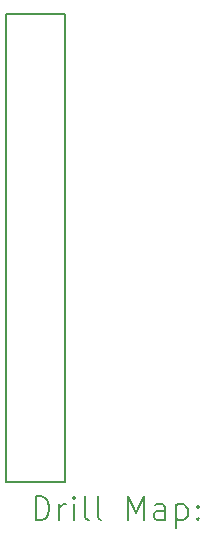
<source format=gbr>
%TF.GenerationSoftware,KiCad,Pcbnew,8.0.6*%
%TF.CreationDate,2024-11-05T14:25:48+11:00*%
%TF.ProjectId,Blank_1U1HP,426c616e-6b5f-4315-9531-48502e6b6963,rev?*%
%TF.SameCoordinates,Original*%
%TF.FileFunction,Drillmap*%
%TF.FilePolarity,Positive*%
%FSLAX45Y45*%
G04 Gerber Fmt 4.5, Leading zero omitted, Abs format (unit mm)*
G04 Created by KiCad (PCBNEW 8.0.6) date 2024-11-05 14:25:48*
%MOMM*%
%LPD*%
G01*
G04 APERTURE LIST*
%ADD10C,0.150000*%
%ADD11C,0.200000*%
G04 APERTURE END LIST*
D10*
X0Y-242500D02*
X500000Y-242500D01*
X500000Y-4207500D01*
X0Y-4207500D01*
X0Y-242500D01*
D11*
X253277Y-4526484D02*
X253277Y-4326484D01*
X253277Y-4326484D02*
X300896Y-4326484D01*
X300896Y-4326484D02*
X329467Y-4336008D01*
X329467Y-4336008D02*
X348515Y-4355055D01*
X348515Y-4355055D02*
X358039Y-4374103D01*
X358039Y-4374103D02*
X367562Y-4412198D01*
X367562Y-4412198D02*
X367562Y-4440770D01*
X367562Y-4440770D02*
X358039Y-4478865D01*
X358039Y-4478865D02*
X348515Y-4497912D01*
X348515Y-4497912D02*
X329467Y-4516960D01*
X329467Y-4516960D02*
X300896Y-4526484D01*
X300896Y-4526484D02*
X253277Y-4526484D01*
X453277Y-4526484D02*
X453277Y-4393150D01*
X453277Y-4431246D02*
X462801Y-4412198D01*
X462801Y-4412198D02*
X472324Y-4402674D01*
X472324Y-4402674D02*
X491372Y-4393150D01*
X491372Y-4393150D02*
X510420Y-4393150D01*
X577086Y-4526484D02*
X577086Y-4393150D01*
X577086Y-4326484D02*
X567563Y-4336008D01*
X567563Y-4336008D02*
X577086Y-4345531D01*
X577086Y-4345531D02*
X586610Y-4336008D01*
X586610Y-4336008D02*
X577086Y-4326484D01*
X577086Y-4326484D02*
X577086Y-4345531D01*
X700896Y-4526484D02*
X681848Y-4516960D01*
X681848Y-4516960D02*
X672324Y-4497912D01*
X672324Y-4497912D02*
X672324Y-4326484D01*
X805658Y-4526484D02*
X786610Y-4516960D01*
X786610Y-4516960D02*
X777086Y-4497912D01*
X777086Y-4497912D02*
X777086Y-4326484D01*
X1034229Y-4526484D02*
X1034229Y-4326484D01*
X1034229Y-4326484D02*
X1100896Y-4469341D01*
X1100896Y-4469341D02*
X1167563Y-4326484D01*
X1167563Y-4326484D02*
X1167563Y-4526484D01*
X1348515Y-4526484D02*
X1348515Y-4421722D01*
X1348515Y-4421722D02*
X1338991Y-4402674D01*
X1338991Y-4402674D02*
X1319944Y-4393150D01*
X1319944Y-4393150D02*
X1281848Y-4393150D01*
X1281848Y-4393150D02*
X1262801Y-4402674D01*
X1348515Y-4516960D02*
X1329467Y-4526484D01*
X1329467Y-4526484D02*
X1281848Y-4526484D01*
X1281848Y-4526484D02*
X1262801Y-4516960D01*
X1262801Y-4516960D02*
X1253277Y-4497912D01*
X1253277Y-4497912D02*
X1253277Y-4478865D01*
X1253277Y-4478865D02*
X1262801Y-4459817D01*
X1262801Y-4459817D02*
X1281848Y-4450293D01*
X1281848Y-4450293D02*
X1329467Y-4450293D01*
X1329467Y-4450293D02*
X1348515Y-4440770D01*
X1443753Y-4393150D02*
X1443753Y-4593150D01*
X1443753Y-4402674D02*
X1462801Y-4393150D01*
X1462801Y-4393150D02*
X1500896Y-4393150D01*
X1500896Y-4393150D02*
X1519943Y-4402674D01*
X1519943Y-4402674D02*
X1529467Y-4412198D01*
X1529467Y-4412198D02*
X1538991Y-4431246D01*
X1538991Y-4431246D02*
X1538991Y-4488389D01*
X1538991Y-4488389D02*
X1529467Y-4507436D01*
X1529467Y-4507436D02*
X1519943Y-4516960D01*
X1519943Y-4516960D02*
X1500896Y-4526484D01*
X1500896Y-4526484D02*
X1462801Y-4526484D01*
X1462801Y-4526484D02*
X1443753Y-4516960D01*
X1624705Y-4507436D02*
X1634229Y-4516960D01*
X1634229Y-4516960D02*
X1624705Y-4526484D01*
X1624705Y-4526484D02*
X1615182Y-4516960D01*
X1615182Y-4516960D02*
X1624705Y-4507436D01*
X1624705Y-4507436D02*
X1624705Y-4526484D01*
X1624705Y-4402674D02*
X1634229Y-4412198D01*
X1634229Y-4412198D02*
X1624705Y-4421722D01*
X1624705Y-4421722D02*
X1615182Y-4412198D01*
X1615182Y-4412198D02*
X1624705Y-4402674D01*
X1624705Y-4402674D02*
X1624705Y-4421722D01*
M02*

</source>
